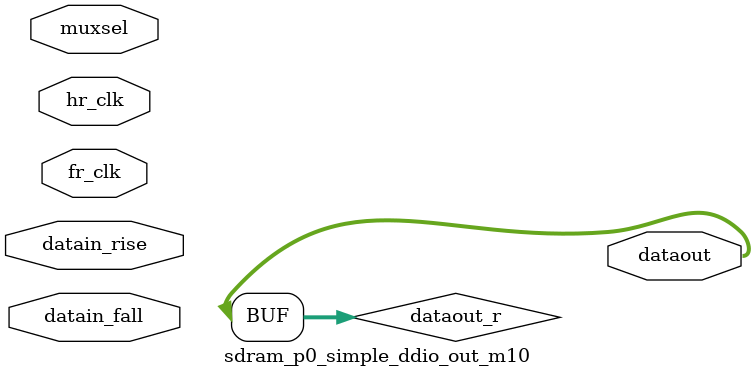
<source format=sv>




`timescale 1 ps / 1 ps

module sdram_p0_simple_ddio_out_m10(
	hr_clk,
	fr_clk,
	datain_rise,
        datain_fall,
        muxsel,
	dataout
);

// *****************************************************************
// BEGIN PARAMETER SECTION

parameter DATA_WIDTH = ""; 

// END PARAMETER SECTION
// *****************************************************************

input	hr_clk;
input   fr_clk;
input	[DATA_WIDTH-1:0] datain_rise;
input   [DATA_WIDTH-1:0] datain_fall;
input   muxsel;
output	[DATA_WIDTH-1:0] dataout;

generate
genvar i, j;
	(* altera_attribute = {"-name ALLOW_SYNCH_CTRL_USAGE OFF"}*) reg [DATA_WIDTH-1:0] datain_r /* synthesis dont_merge syn_noprune syn_preserve = 1 */;
	(* altera_attribute = {"-name ALLOW_SYNCH_CTRL_USAGE OFF"}*) reg [DATA_WIDTH-1:0] datain_f /* synthesis dont_merge syn_noprune syn_preserve = 1 */;


        always_ff @ (posedge hr_clk )
	begin
		datain_r <= datain_rise;
	end

        always_ff @ (negedge hr_clk)
        begin
                datain_f <= datain_fall;
        end


	reg [DATA_WIDTH-1:0] dataout_r /* synthesis dont_merge syn_noprune syn_preserve = 1 */;
	for (i=0; i<DATA_WIDTH; i=i+1)
	begin: ddio_group

                always_ff @ (posedge fr_clk)
                begin
                        if (muxsel)
                        begin
			        dataout_r[i] <= datain_f;
                        end else begin
                                dataout_r[i] <= datain_r;
                        end
		end
	end
	
	assign dataout = dataout_r;
	
endgenerate
endmodule

</source>
